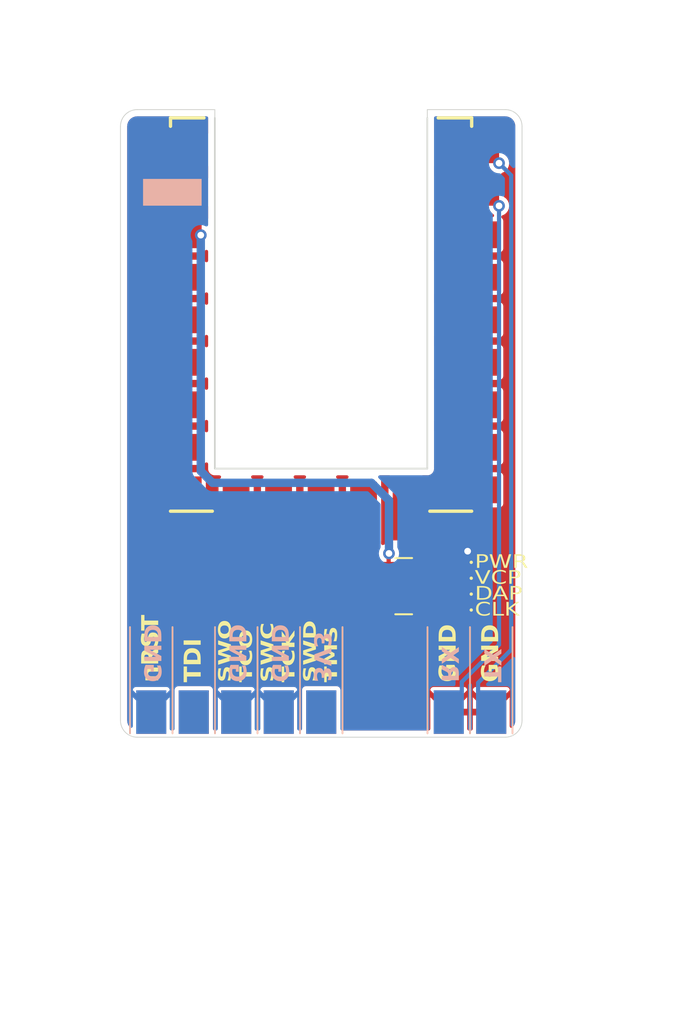
<source format=kicad_pcb>
(kicad_pcb (version 20240108) (generator "pcbnew") (generator_version "8.0")
  (layers (0 "F.Cu" signal) (31 "B.Cu" signal) (34 "B.Paste" user) (35 "F.Paste" user) (36 "B.SilkS" user "B.Silkscreen") (37 "F.SilkS" user "F.Silkscreen") (38 "B.Mask" user) (39 "F.Mask" user) (44 "Edge.Cuts" user))
  (net 0 "")
  (net 1 "Net-(D1-A)")
  (net 2 "GND")
  (net 3 "Net-(D2-A)")
  (net 4 "Net-(D3-A)")
  (net 5 "Net-(D4-A)")
  (net 6 "/3V3")
  (net 7 "/SWC{slash}TCK")
  (net 8 "/nRESET")
  (net 9 "/SWO{slash}TDO")
  (net 10 "/SWD{slash}TMS")
  (net 11 "/TDI")
  (net 13 "/TX")
  (net 14 "/RX")
  (net 22 "/5V")
  (net 27 "/DAP_STAT")
  (net 28 "/VCP_STAT")
  (footprint "LED_SMD:LED_0402_1005Metric_Pad0.77x0.64mm_HandSolder" (layer "F.Cu") (at 96.7 108.4 180)
    (property "Reference" "D4" (hide yes))
    (property "Value" "SWCLK" (hide yes))
    (fp_circle (center -1.265 0) (end -1.215 0) (stroke (width 0.1)) (fill none) (layer "F.SilkS"))
    (pad "1" smd roundrect (at -0.572501 0 180) (size 0.765 0.64) (layers "F.Cu" "F.Paste" "F.Mask") (net 2 "GND"))
    (pad "2" smd roundrect (at 0.572501 0 180) (size 0.765 0.64) (layers "F.Cu" "F.Paste" "F.Mask") (net 5 "Net-(D4-A)"))
  )
  (footprint "Footprints:Conn_2x2_Dual_Side" (layer "F.Cu") (at 96.62 114.5 90)
    (property "Reference" "J2" (hide yes))
    (property "Value" "CONN_UART")
    (pad "a1" smd rect (at 0 0 90) (size 2.6 1.8) (layers "F.Cu" "F.Paste" "F.Mask") (net 2 "GND"))
    (pad "a2" smd rect (at 0 2.54 90) (size 2.6 1.8) (layers "F.Cu" "F.Paste" "F.Mask") (net 2 "GND"))
    (pad "b1" smd rect (at 0 0 90) (size 2.6 1.8) (layers "B.Cu" "B.Paste" "B.Mask") (net 14 "/RX"))
    (pad "b2" smd rect (at 0 2.54 90) (size 2.6 1.8) (layers "B.Cu" "B.Paste" "B.Mask") (net 13 "/TX"))
  )
  (footprint "LED_SMD:LED_0402_1005Metric_Pad0.77x0.64mm_HandSolder" (layer "F.Cu") (at 96.700001 105.55 180)
    (property "Reference" "D1" (hide yes))
    (property "Value" "PWR" (hide yes))
    (fp_circle (center -1.265 0) (end -1.215 0) (stroke (width 0.1)) (fill none) (layer "F.SilkS"))
    (pad "1" smd roundrect (at -0.572501 0 180) (size 0.765 0.64) (layers "F.Cu" "F.Paste" "F.Mask") (net 2 "GND"))
    (pad "2" smd roundrect (at 0.572501 0 180) (size 0.765 0.64) (layers "F.Cu" "F.Paste" "F.Mask") (net 1 "Net-(D1-A)"))
  )
  (footprint "LED_SMD:LED_0402_1005Metric_Pad0.77x0.64mm_HandSolder" (layer "F.Cu") (at 96.700001 106.500001 180)
    (property "Reference" "D2" (hide yes))
    (property "Value" "VCP_STATUS" (hide yes))
    (fp_circle (center -1.265 0) (end -1.215 0) (stroke (width 0.1)) (fill none) (layer "F.SilkS"))
    (pad "1" smd roundrect (at -0.572501 0 180) (size 0.765 0.64) (layers "F.Cu" "F.Paste" "F.Mask") (net 2 "GND"))
    (pad "2" smd roundrect (at 0.572501 0 180) (size 0.765 0.64) (layers "F.Cu" "F.Paste" "F.Mask") (net 3 "Net-(D2-A)"))
  )
  (footprint "Footprints:Pi_Pico_Zero_Center_Hole" (layer "F.Cu") (at 88.99 90.995)
    (property "Reference" "U1" (hide yes))
    (property "Value" "Pi_Pico_Zero")
    (fp_line (start -9 -12) (end -7 -12) (stroke (width 0.2)) (layer "F.SilkS"))
    (fp_line (start -9 -11.5) (end -9 -12) (stroke (width 0.2)) (layer "F.SilkS"))
    (fp_line (start -9 11.5) (end -6.5 11.5) (stroke (width 0.2)) (layer "F.SilkS"))
    (fp_line (start 6.5 11.5) (end 9 11.5) (stroke (width 0.2)) (layer "F.SilkS"))
    (fp_line (start 9 -12) (end 7 -12) (stroke (width 0.2)) (layer "F.SilkS"))
    (fp_line (start 9 -11.5) (end 9 -12) (stroke (width 0.2)) (layer "F.SilkS"))
    (fp_line (start -6.35 -12) (end -6.35 8.955) (stroke (width 0.1)) (layer "Edge.Cuts"))
    (fp_line (start -6.35 8.955) (end 6.35 8.955) (stroke (width 0.1)) (layer "Edge.Cuts"))
    (fp_line (start 6.35 8.955) (end 6.35 -12) (stroke (width 0.1)) (layer "Edge.Cuts"))
    (pad "1" smd rect (at -8.89 -10.095 90) (size 1.6 3.5) (layers "F.Cu" "F.Paste" "F.Mask") (net 22 "/5V"))
    (pad "2" smd rect (at -8.89 -7.555 90) (size 1.6 3.5) (layers "F.Cu" "F.Paste" "B.SilkS" "F.Mask") (net 2 "GND"))
    (pad "3" smd rect (at -8.89 -5.015 90) (size 1.6 3.5) (layers "F.Cu" "F.Paste" "F.Mask") (net 6 "/3V3"))
    (pad "4" smd rect (at -8.89 -2.475 90) (size 1.6 3.5) (layers "F.Cu" "F.Paste" "F.Mask"))
    (pad "5" smd rect (at -8.89 0.065 90) (size 1.6 3.5) (layers "F.Cu" "F.Paste" "F.Mask"))
    (pad "6" smd rect (at -8.89 2.605 90) (size 1.6 3.5) (layers "F.Cu" "F.Paste" "F.Mask"))
    (pad "7" smd rect (at -8.89 5.145 90) (size 1.6 3.5) (layers "F.Cu" "F.Paste" "F.Mask"))
    (pad "8" smd rect (at -8.89 7.685 90) (size 1.6 3.5) (layers "F.Cu" "F.Paste" "F.Mask") (net 8 "/nRESET"))
    (pad "9" smd rect (at -8.89 10.225 90) (size 1.6 3.5) (layers "F.Cu" "F.Paste" "F.Mask") (net 9 "/SWO{slash}TDO"))
    (pad "10" smd rect (at -5.08 11.495 180) (size 1.6 3.5) (layers "F.Cu" "F.Paste" "F.Mask") (net 11 "/TDI"))
    (pad "11" smd rect (at -2.54 11.495 180) (size 1.6 3.5) (layers "F.Cu" "F.Paste" "F.Mask") (net 10 "/SWD{slash}TMS"))
    (pad "12" smd rect (at 0 11.495 180) (size 1.6 3.5) (layers "F.Cu" "F.Paste" "F.Mask") (net 7 "/SWC{slash}TCK"))
    (pad "13" smd rect (at 2.54 11.495 180) (size 1.6 3.5) (layers "F.Cu" "F.Paste" "F.Mask") (net 27 "/DAP_STAT"))
    (pad "14" smd rect (at 5.08 11.495 180) (size 1.6 3.5) (layers "F.Cu" "F.Paste" "F.Mask") (net 28 "/VCP_STAT"))
    (pad "15" smd rect (at 8.89 10.225 270) (size 1.6 3.5) (layers "F.Cu" "F.Paste" "F.Mask"))
    (pad "16" smd rect (at 8.89 7.685 270) (size 1.6 3.5) (layers "F.Cu" "F.Paste" "F.Mask"))
    (pad "17" smd rect (at 8.89 5.145 270) (size 1.6 3.5) (layers "F.Cu" "F.Paste" "F.Mask"))
    (pad "18" smd rect (at 8.89 2.605 270) (size 1.6 3.5) (layers "F.Cu" "F.Paste" "F.Mask"))
    (pad "19" smd rect (at 8.89 0.065 270) (size 1.6 3.5) (layers "F.Cu" "F.Paste" "F.Mask"))
    (pad "20" smd rect (at 8.89 -2.475 270) (size 1.6 3.5) (layers "F.Cu" "F.Paste" "F.Mask"))
    (pad "21" smd rect (at 8.89 -5.015 270) (size 1.6 3.5) (layers "F.Cu" "F.Paste" "F.Mask"))
    (pad "22" smd rect (at 8.89 -7.555 270) (size 1.6 3.5) (layers "F.Cu" "F.Paste" "F.Mask") (net 14 "/RX"))
    (pad "23" smd rect (at 8.89 -10.095 270) (size 1.6 3.5) (layers "F.Cu" "F.Paste" "F.Mask") (net 13 "/TX"))
  )
  (footprint "Resistor_SMD:R_Array_Convex_4x0603" (layer "F.Cu") (at 93.9275 106.975)
    (property "Reference" "RN1" (hide yes))
    (property "Value" "3K3")
    (fp_line (start 0.5 -1.68) (end -0.5 -1.68) (stroke (width 0.12)) (layer "F.SilkS"))
    (fp_line (start 0.5 1.68) (end -0.5 1.68) (stroke (width 0.12)) (layer "F.SilkS"))
    (pad "1" smd rect (at -0.9 -1.2) (size 0.8 0.5) (layers "F.Cu" "F.Paste" "F.Mask") (net 6 "/3V3"))
    (pad "2" smd rect (at -0.9 -0.4) (size 0.8 0.4) (layers "F.Cu" "F.Paste" "F.Mask") (net 28 "/VCP_STAT"))
    (pad "3" smd rect (at -0.9 0.4) (size 0.8 0.4) (layers "F.Cu" "F.Paste" "F.Mask") (net 27 "/DAP_STAT"))
    (pad "4" smd rect (at -0.9 1.2) (size 0.8 0.5) (layers "F.Cu" "F.Paste" "F.Mask") (net 7 "/SWC{slash}TCK"))
    (pad "5" smd rect (at 0.9 1.2) (size 0.8 0.5) (layers "F.Cu" "F.Paste" "F.Mask") (net 5 "Net-(D4-A)"))
    (pad "6" smd rect (at 0.9 0.4) (size 0.8 0.4) (layers "F.Cu" "F.Paste" "F.Mask") (net 4 "Net-(D3-A)"))
    (pad "7" smd rect (at 0.9 -0.4) (size 0.8 0.4) (layers "F.Cu" "F.Paste" "F.Mask") (net 3 "Net-(D2-A)"))
    (pad "8" smd rect (at 0.9 -1.2) (size 0.8 0.5) (layers "F.Cu" "F.Paste" "F.Mask") (net 1 "Net-(D1-A)"))
  )
  (footprint "LED_SMD:LED_0402_1005Metric_Pad0.77x0.64mm_HandSolder" (layer "F.Cu") (at 96.700002 107.45 180)
    (property "Reference" "D3" (hide yes))
    (property "Value" "DAP_STATUS" (hide yes))
    (fp_circle (center -1.265 0) (end -1.215 0) (stroke (width 0.1)) (fill none) (layer "F.SilkS"))
    (pad "1" smd roundrect (at -0.572501 0 180) (size 0.765 0.64) (layers "F.Cu" "F.Paste" "F.Mask") (net 2 "GND"))
    (pad "2" smd roundrect (at 0.572501 0 180) (size 0.765 0.64) (layers "F.Cu" "F.Paste" "F.Mask") (net 4 "Net-(D3-A)"))
  )
  (footprint "Footprints:Conn_2x5_Dual_Side" (layer "B.Cu") (at 89 114.5 90)
    (property "Reference" "J1" (hide yes))
    (property "Value" "CONN_PROG")
    (pad "a1" smd rect (at 0 0 90) (size 2.6 1.8) (layers "B.Cu" "B.Paste" "B.Mask") (net 6 "/3V3"))
    (pad "a2" smd rect (at 0 -2.54 90) (size 2.6 1.8) (layers "B.Cu" "B.Paste" "B.Mask") (net 2 "GND"))
    (pad "a3" smd rect (at 0 -5.079999 90) (size 2.6 1.8) (layers "B.Cu" "B.Paste" "B.Mask") (net 2 "GND"))
    (pad "a4" smd rect (at 0 -7.62 90) (size 2.6 1.8) (layers "B.Cu" "B.Paste" "B.Mask"))
    (pad "a5" smd rect (at 0 -10.16 90) (size 2.6 1.8) (layers "B.Cu" "B.Paste" "B.Mask") (net 2 "GND"))
    (pad "b1" smd rect (at 0 0 90) (size 2.6 1.8) (layers "F.Cu" "F.Paste" "F.Mask") (net 10 "/SWD{slash}TMS"))
    (pad "b2" smd rect (at 0 -2.54 90) (size 2.6 1.8) (layers "F.Cu" "F.Paste" "F.Mask") (net 7 "/SWC{slash}TCK"))
    (pad "b3" smd rect (at 0 -5.079999 90) (size 2.6 1.8) (layers "F.Cu" "F.Paste" "F.Mask") (net 9 "/SWO{slash}TDO"))
    (pad "b4" smd rect (at 0 -7.62 90) (size 2.6 1.8) (layers "F.Cu" "F.Paste" "F.Mask") (net 11 "/TDI"))
    (pad "b5" smd rect (at 0 -10.16 90) (size 2.6 1.8) (layers "F.Cu" "F.Paste" "F.Mask") (net 8 "/nRESET"))
  )
  (gr_line (start 97.89 115.77) (end 97.89 109.42) (stroke (width 0.1)) (layer "B.SilkS"))
  (gr_line (start 100.43 115.77) (end 100.43 109.42) (stroke (width 0.1)) (layer "B.SilkS"))
  (gr_line (start 77.57 115.77) (end 77.57 109.42) (stroke (width 0.1)) (layer "B.SilkS"))
  (gr_line (start 95.35 115.77) (end 95.35 109.42) (stroke (width 0.1)) (layer "B.SilkS"))
  (gr_line (start 80.11 115.77) (end 80.11 109.42) (stroke (width 0.1)) (layer "B.SilkS"))
  (gr_line (start 87.73 115.77) (end 87.73 109.42) (stroke (width 0.1)) (layer "B.SilkS"))
  (gr_line (start 90.27 115.77) (end 90.27 109.42) (stroke (width 0.1)) (layer "B.SilkS"))
  (gr_line (start 85.19 115.77) (end 85.19 109.42) (stroke (width 0.1)) (layer "B.SilkS"))
  (gr_line (start 82.65 115.77) (end 82.65 109.42) (stroke (width 0.1)) (layer "B.SilkS"))
  (gr_line (start 80.11 115.77) (end 80.11 109.42) (stroke (width 0.1)) (layer "F.SilkS"))
  (gr_line (start 97.89 115.77) (end 97.89 109.42) (stroke (width 0.1)) (layer "F.SilkS"))
  (gr_line (start 82.65 115.77) (end 82.65 109.42) (stroke (width 0.1)) (layer "F.SilkS"))
  (gr_line (start 95.35 115.77) (end 95.35 109.42) (stroke (width 0.1)) (layer "F.SilkS"))
  (gr_line (start 100.43 115.77) (end 100.43 109.42) (stroke (width 0.1)) (layer "F.SilkS"))
  (gr_line (start 90.27 115.77) (end 90.27 109.42) (stroke (width 0.1)) (layer "F.SilkS"))
  (gr_line (start 85.19 115.77) (end 85.19 109.42) (stroke (width 0.1)) (layer "F.SilkS"))
  (gr_line (start 87.73 115.77) (end 87.73 109.42) (stroke (width 0.1)) (layer "F.SilkS"))
  (gr_line (start 77.57 115.77) (end 77.57 109.42) (stroke (width 0.1)) (layer "F.SilkS"))
  (gr_arc (start 101 115) (mid 100.707107 115.707107) (end 100 116) (stroke (width 0.05)) (layer "Edge.Cuts"))
  (gr_arc (start 77 79.5) (mid 77.292893 78.792893) (end 78 78.5) (stroke (width 0.05)) (layer "Edge.Cuts"))
  (gr_arc (start 100 78.5) (mid 100.707107 78.792893) (end 101 79.5) (stroke (width 0.05)) (layer "Edge.Cuts"))
  (gr_line (start 82.64 78.5) (end 78 78.5) (stroke (width 0.05)) (layer "Edge.Cuts"))
  (gr_line (start 95.34 78.5) (end 100 78.5) (stroke (width 0.05)) (layer "Edge.Cuts"))
  (gr_line (start 82.64 78.995) (end 82.64 78.5) (stroke (width 0.05)) (layer "Edge.Cuts"))
  (gr_line (start 77 79.5) (end 77 115) (stroke (width 0.05)) (layer "Edge.Cuts"))
  (gr_arc (start 78 116) (mid 77.292893 115.707107) (end 77 115) (stroke (width 0.05)) (layer "Edge.Cuts"))
  (gr_line (start 78 116) (end 100 116) (stroke (width 0.05)) (layer "Edge.Cuts"))
  (gr_line (start 95.34 78.995) (end 95.34 78.5) (stroke (width 0.05)) (layer "Edge.Cuts"))
  (gr_line (start 101 79.5) (end 101 115) (stroke (width 0.05)) (layer "Edge.Cuts"))
  (gr_text "RX" (at 96.62 112.722 270) (layer "B.SilkS") (effects (font (size 1 1) (thickness 0.1)) (justify left mirror)))
  (gr_text "GND" (at 86.46 112.722 270) (layer "B.SilkS") (effects (font (size 1 1) (thickness 0.1)) (justify left mirror)))
  (gr_text "3V3" (at 89 112.722 270) (layer "B.SilkS") (effects (font (size 1 1) (thickness 0.1)) (justify left mirror)))
  (gr_text "GND" (at 78.84 112.722 270) (layer "B.SilkS") (effects (font (size 1 1) (thickness 0.1)) (justify left mirror)))
  (gr_text "TX" (at 99.16 112.722 -90) (layer "B.SilkS") (effects (font (size 1 1) (thickness 0.1)) (justify left mirror)))
  (gr_text "GND" (at 83.92 112.722 270) (layer "B.SilkS") (effects (font (size 1 1) (thickness 0.1)) (justify left mirror)))
  (gr_text "GND" (at 99.16 112.722 90) (layer "F.SilkS") (effects (font (size 1 1) (thickness 0.1)) (justify left)))
  (gr_text "SWO\nTCO" (at 83.92 112.722 90) (layer "F.SilkS") (effects (font (size 0.75 1) (thickness 0.09375)) (justify left)))
  (gr_text "CLK" (at 98.172501 108.4 0) (layer "F.SilkS") (effects (font (size 0.8 1) (thickness 0.1)) (justify left)))
  (gr_text "PWR" (at 98.172502 105.55 0) (layer "F.SilkS") (effects (font (size 0.8 1) (thickness 0.1)) (justify left)))
  (gr_text "TDI" (at 81.38 112.722 90) (layer "F.SilkS") (effects (font (size 1 1) (thickness 0.1)) (justify left)))
  (gr_text "DAP" (at 98.172503 107.45 0) (layer "F.SilkS") (effects (font (size 0.8 1) (thickness 0.1)) (justify left)))
  (gr_text "nRST" (at 78.84 112.722 90) (layer "F.SilkS") (effects (font (size 1 1) (thickness 0.1)) (justify left)))
  (gr_text "SWD\nTMS" (at 89 112.722 90) (layer "F.SilkS") (effects (font (size 0.75 1) (thickness 0.1)) (justify left)))
  (gr_text "VCP" (at 98.172502 106.500001 0) (layer "F.SilkS") (effects (font (size 0.8 1) (thickness 0.1)) (justify left)))
  (gr_text "GND" (at 96.62 112.722 90) (layer "F.SilkS") (effects (font (size 1 1) (thickness 0.1)) (justify left)))
  (gr_text "SWC\nTCK" (at 86.46 112.722 90) (layer "F.SilkS") (effects (font (size 0.75 1) (thickness 0.1)) (justify left)))
  (segment (start 95.397501 105.775) (end 95.622501 105.55) (width 0.25) (layer "F.Cu") (net 1))
  (segment (start 95.622501 105.55) (end 96.1275 105.55) (width 0.25) (layer "F.Cu") (net 1))
  (segment (start 94.8275 105.775) (end 95.397501 105.775) (width 0.25) (layer "F.Cu") (net 1))
  (segment (start 97.272502 105.361997) (end 97.748499 104.886) (width 0.4) (layer "F.Cu") (net 2))
  (segment (start 97.272502 108.399999) (end 97.272501 108.4) (width 0.25) (layer "F.Cu") (net 2))
  (segment (start 97.272502 105.55) (end 97.272502 105.361997) (width 0.4) (layer "F.Cu") (net 2))
  (segment (start 97.272502 105.55) (end 97.272502 108.399999) (width 0.25) (layer "F.Cu") (net 2))
  (segment (start 96.62 114.5) (end 99.16 114.5) (width 0.4) (layer "F.Cu") (net 2))
  (via (at 97.748499 104.886) (size 0.7) (drill 0.4) (layers "F.Cu" "B.Cu") (net 2))
  (segment (start 96.052501 106.575) (end 96.1275 106.500001) (width 0.25) (layer "F.Cu") (net 3))
  (segment (start 94.8275 106.575) (end 96.052501 106.575) (width 0.25) (layer "F.Cu") (net 3))
  (segment (start 96.052501 107.375) (end 96.127501 107.45) (width 0.25) (layer "F.Cu") (net 4))
  (segment (start 94.8275 107.375) (end 96.052501 107.375) (width 0.25) (layer "F.Cu") (net 4))
  (segment (start 94.8275 108.175) (end 95.447501 108.175) (width 0.25) (layer "F.Cu") (net 5))
  (segment (start 95.672501 108.4) (end 96.127499 108.4) (width 0.25) (layer "F.Cu") (net 5))
  (segment (start 95.447501 108.175) (end 95.672501 108.4) (width 0.25) (layer "F.Cu") (net 5))
  (segment (start 80.12 86) (end 80.1 85.98) (width 0.5) (layer "F.Cu") (net 6))
  (segment (start 93.0275 105.775) (end 93.0275 105.039999) (width 0.25) (layer "F.Cu") (net 6))
  (segment (start 81.8 86) (end 80.12 86) (width 0.5) (layer "F.Cu") (net 6))
  (segment (start 93.0275 105.039999) (end 93.047499 105.02) (width 0.25) (layer "F.Cu") (net 6))
  (via (at 93.047499 105.02) (size 0.7) (drill 0.4) (layers "F.Cu" "B.Cu") (net 6))
  (via (at 81.8 86) (size 0.7) (drill 0.4) (layers "F.Cu" "B.Cu") (net 6))
  (segment (start 93.047499 101.847499) (end 93.047499 105.02) (width 0.5) (layer "B.Cu") (net 6))
  (segment (start 81.8 86) (end 81.8 100.1) (width 0.5) (layer "B.Cu") (net 6))
  (segment (start 92 100.8) (end 93.047499 101.847499) (width 0.5) (layer "B.Cu") (net 6))
  (segment (start 81.8 100.1) (end 82.5 100.8) (width 0.5) (layer "B.Cu") (net 6))
  (segment (start 82.5 100.8) (end 92 100.8) (width 0.5) (layer "B.Cu") (net 6))
  (segment (start 93.0275 108.175) (end 92.897501 108.175) (width 0.4) (layer "F.Cu") (net 7))
  (segment (start 99.625 81.7) (end 98.825 80.9) (width 0.25) (layer "F.Cu") (net 13))
  (segment (start 98.825 80.9) (end 97.88 80.9) (width 0.25) (layer "F.Cu") (net 13))
  (via (at 99.625 81.7) (size 0.7) (drill 0.4) (layers "F.Cu" "B.Cu") (net 13))
  (segment (start 100.35 82.425) (end 100.35 110.775) (width 0.25) (layer "B.Cu") (net 13))
  (segment (start 98.375 112.75) (end 98.375 113.715) (width 0.25) (layer "B.Cu") (net 13))
  (segment (start 100.35 110.775) (end 98.375 112.75) (width 0.25) (layer "B.Cu") (net 13))
  (segment (start 99.625 81.7) (end 100.35 82.425) (width 0.25) (layer "B.Cu") (net 13))
  (segment (start 98.375 113.715) (end 99.16 114.5) (width 0.25) (layer "B.Cu") (net 13))
  (segment (start 98.815 83.44) (end 99.625 84.25) (width 0.25) (layer "F.Cu") (net 14))
  (segment (start 97.88 83.44) (end 98.815 83.44) (width 0.25) (layer "F.Cu") (net 14))
  (via (at 99.625 84.25) (size 0.7) (drill 0.4) (layers "F.Cu" "B.Cu") (net 14))
  (segment (start 97.4 112.7) (end 97.4 113.72) (width 0.25) (layer "B.Cu") (net 14))
  (segment (start 99.625 110.475) (end 97.4 112.7) (width 0.25) (layer "B.Cu") (net 14))
  (segment (start 97.4 113.72) (end 96.62 114.5) (width 0.25) (layer "B.Cu") (net 14))
  (segment (start 99.625 84.25) (end 99.625 110.475) (width 0.25) (layer "B.Cu") (net 14))
  (segment (start 92.2 103.16) (end 92.2 106.85) (width 0.25) (layer "F.Cu") (net 27))
  (segment (start 92.2 106.85) (end 92.725 107.375) (width 0.25) (layer "F.Cu") (net 27))
  (segment (start 91.53 102.49) (end 92.2 103.16) (width 0.25) (layer "F.Cu") (net 27))
  (segment (start 92.725 107.375) (end 93.0275 107.375) (width 0.25) (layer "F.Cu") (net 27))
  (segment (start 93.375 106.575) (end 93.0275 106.575) (width 0.25) (layer "F.Cu") (net 28))
  (segment (start 94.07 102.49) (end 93.9 102.66) (width 0.25) (layer "F.Cu") (net 28))
  (segment (start 93.9 106.05) (end 93.375 106.575) (width 0.25) (layer "F.Cu") (net 28))
  (segment (start 93.9 102.66) (end 93.9 106.05) (width 0.25) (layer "F.Cu") (net 28))
  (zone (net 2) (net_name "GND") (layers "F&B.Cu") (name "GND_FILL") (priority 50) (connect_pads (clearance 0.25)) (min_thickness 0.2) (fill yes (thermal_gap 0.2) (thermal_bridge_width 0.3) (island_removal_mode 1) (island_area_min 10))
    (polygon (pts (xy 77 78.5) (xy 77 116) (xy 101 116) (xy 101 78.5)))
  )
)
</source>
